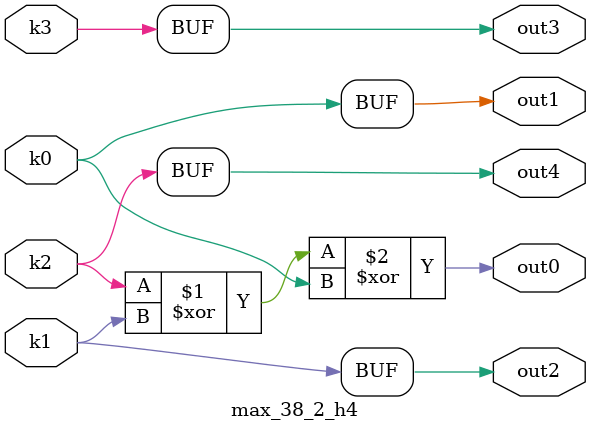
<source format=v>
module max_38_2(pi0, pi1, pi2, pi3, pi4, po0, po1, po2, po3, po4);
input pi0, pi1, pi2, pi3, pi4;
output po0, po1, po2, po3, po4;
wire k0, k1, k2, k3;
max_38_2_w4 DUT1 (pi0, pi1, pi2, pi3, pi4, k0, k1, k2, k3);
max_38_2_h4 DUT2 (k0, k1, k2, k3, po0, po1, po2, po3, po4);
endmodule

module max_38_2_w4(in4, in3, in2, in1, in0, k3, k2, k1, k0);
input in4, in3, in2, in1, in0;
output k3, k2, k1, k0;
assign k0 =   in0 ? ~in4 : ~in2;
assign k1 =   ~in1 & in3;
assign k2 =   ~in2 & in4;
assign k3 =   (~in2 | in4) & (in3 | ~in1);
endmodule

module max_38_2_h4(k3, k2, k1, k0, out4, out3, out2, out1, out0);
input k3, k2, k1, k0;
output out4, out3, out2, out1, out0;
assign out0 = k2 ^ k1 ^ k0;
assign out1 = k0;
assign out2 = k1;
assign out3 = k3;
assign out4 = k2;
endmodule

</source>
